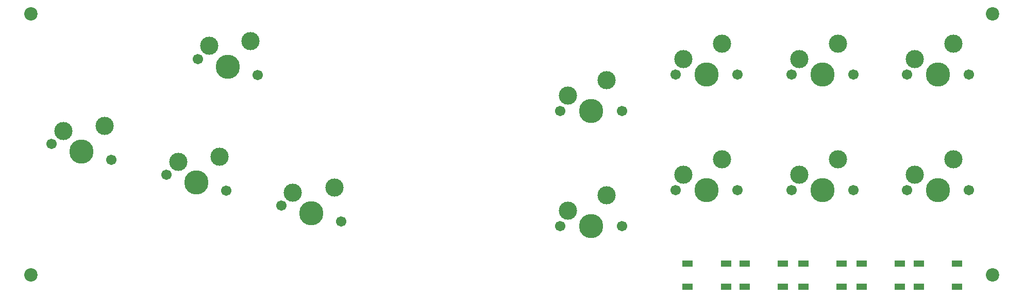
<source format=gbr>
%TF.GenerationSoftware,KiCad,Pcbnew,(6.0.1)*%
%TF.CreationDate,2023-06-02T16:05:18+02:00*%
%TF.ProjectId,cock,636f636b-2e6b-4696-9361-645f70636258,rev?*%
%TF.SameCoordinates,Original*%
%TF.FileFunction,Soldermask,Top*%
%TF.FilePolarity,Negative*%
%FSLAX46Y46*%
G04 Gerber Fmt 4.6, Leading zero omitted, Abs format (unit mm)*
G04 Created by KiCad (PCBNEW (6.0.1)) date 2023-06-02 16:05:18*
%MOMM*%
%LPD*%
G01*
G04 APERTURE LIST*
%ADD10R,1.700000X1.000000*%
%ADD11C,3.000000*%
%ADD12C,1.701800*%
%ADD13C,3.987800*%
%ADD14C,2.200000*%
G04 APERTURE END LIST*
D10*
%TO.C,SW2*%
X192430000Y-90000000D03*
X198730000Y-90000000D03*
X192430000Y-86200000D03*
X198730000Y-86200000D03*
%TD*%
%TO.C,SW3*%
X189150000Y-90000000D03*
X182850000Y-90000000D03*
X182850000Y-86200000D03*
X189150000Y-86200000D03*
%TD*%
%TO.C,SW1*%
X179500000Y-86200000D03*
X173200000Y-86200000D03*
X179500000Y-90000000D03*
X173200000Y-90000000D03*
%TD*%
D11*
%TO.C,K3*%
X105818252Y-73640497D03*
D12*
X106956903Y-79204801D03*
D13*
X102050000Y-77890000D03*
D12*
X97143097Y-76575199D03*
D11*
X99027223Y-74450448D03*
%TD*%
D12*
%TO.C,K4*%
X69206903Y-69054801D03*
D11*
X61277223Y-64300448D03*
X68068252Y-63490497D03*
D13*
X64300000Y-67740000D03*
D12*
X59393097Y-66425199D03*
%TD*%
%TO.C,K2*%
X88076903Y-74134801D03*
X78263097Y-71505199D03*
D11*
X80147223Y-69380448D03*
D13*
X83170000Y-72820000D03*
D11*
X86938252Y-68570497D03*
%TD*%
%TO.C,K1*%
X85277223Y-50300448D03*
D13*
X88300000Y-53740000D03*
D11*
X92068252Y-49490497D03*
D12*
X83393097Y-52425199D03*
X93206903Y-55054801D03*
%TD*%
D11*
%TO.C,K5*%
X144190000Y-77460000D03*
D12*
X153080000Y-80000000D03*
X142920000Y-80000000D03*
D13*
X148000000Y-80000000D03*
D11*
X150540000Y-74920000D03*
%TD*%
D13*
%TO.C,K6*%
X167000000Y-74050000D03*
D12*
X172080000Y-74050000D03*
X161920000Y-74050000D03*
D11*
X169540000Y-68970000D03*
X163190000Y-71510000D03*
%TD*%
%TO.C,K7*%
X150540000Y-55920000D03*
D13*
X148000000Y-61000000D03*
D12*
X142920000Y-61000000D03*
X153080000Y-61000000D03*
D11*
X144190000Y-58460000D03*
%TD*%
D12*
%TO.C,K8*%
X161920000Y-55000000D03*
D13*
X167000000Y-55000000D03*
D11*
X169540000Y-49920000D03*
X163190000Y-52460000D03*
D12*
X172080000Y-55000000D03*
%TD*%
D11*
%TO.C,K9*%
X207540000Y-68970000D03*
D12*
X199920000Y-74050000D03*
D11*
X201190000Y-71510000D03*
D12*
X210080000Y-74050000D03*
D13*
X205000000Y-74050000D03*
%TD*%
D12*
%TO.C,K10*%
X199920000Y-55000000D03*
D11*
X201190000Y-52460000D03*
D12*
X210080000Y-55000000D03*
D13*
X205000000Y-55000000D03*
D11*
X207540000Y-49920000D03*
%TD*%
D12*
%TO.C,K11*%
X180920000Y-74050000D03*
D11*
X182190000Y-71510000D03*
X188540000Y-68970000D03*
D13*
X186000000Y-74050000D03*
D12*
X191080000Y-74050000D03*
%TD*%
%TO.C,K12*%
X180920000Y-55000000D03*
D13*
X186000000Y-55000000D03*
D12*
X191080000Y-55000000D03*
D11*
X188540000Y-49920000D03*
X182190000Y-52460000D03*
%TD*%
D10*
%TO.C,SW5*%
X163850000Y-86200000D03*
X170150000Y-86200000D03*
X170150000Y-90000000D03*
X163850000Y-90000000D03*
%TD*%
D14*
%TO.C,REF\u002A\u002A*%
X214000000Y-45000000D03*
%TD*%
%TO.C,REF\u002A\u002A*%
X56000000Y-45000000D03*
%TD*%
%TO.C,REF\u002A\u002A*%
X56000000Y-88000000D03*
%TD*%
D10*
%TO.C,SW4*%
X201850000Y-90000000D03*
X208150000Y-90000000D03*
X201850000Y-86200000D03*
X208150000Y-86200000D03*
%TD*%
D14*
%TO.C,REF\u002A\u002A*%
X214000000Y-88000000D03*
%TD*%
M02*

</source>
